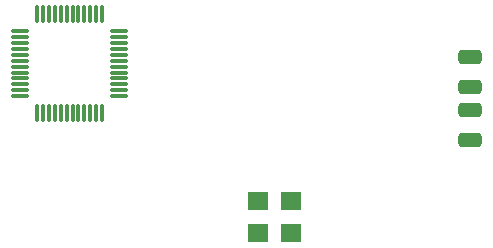
<source format=gbr>
%TF.GenerationSoftware,KiCad,Pcbnew,7.0.10*%
%TF.CreationDate,2024-03-02T18:49:49+09:00*%
%TF.ProjectId,STM32F103x8,53544d33-3246-4313-9033-78382e6b6963,rev?*%
%TF.SameCoordinates,Original*%
%TF.FileFunction,Paste,Top*%
%TF.FilePolarity,Positive*%
%FSLAX46Y46*%
G04 Gerber Fmt 4.6, Leading zero omitted, Abs format (unit mm)*
G04 Created by KiCad (PCBNEW 7.0.10) date 2024-03-02 18:49:49*
%MOMM*%
%LPD*%
G01*
G04 APERTURE LIST*
G04 Aperture macros list*
%AMRoundRect*
0 Rectangle with rounded corners*
0 $1 Rounding radius*
0 $2 $3 $4 $5 $6 $7 $8 $9 X,Y pos of 4 corners*
0 Add a 4 corners polygon primitive as box body*
4,1,4,$2,$3,$4,$5,$6,$7,$8,$9,$2,$3,0*
0 Add four circle primitives for the rounded corners*
1,1,$1+$1,$2,$3*
1,1,$1+$1,$4,$5*
1,1,$1+$1,$6,$7*
1,1,$1+$1,$8,$9*
0 Add four rect primitives between the rounded corners*
20,1,$1+$1,$2,$3,$4,$5,0*
20,1,$1+$1,$4,$5,$6,$7,0*
20,1,$1+$1,$6,$7,$8,$9,0*
20,1,$1+$1,$8,$9,$2,$3,0*%
G04 Aperture macros list end*
%ADD10RoundRect,0.300000X-0.700000X-0.300000X0.700000X-0.300000X0.700000X0.300000X-0.700000X0.300000X0*%
%ADD11R,1.800000X1.540000*%
%ADD12RoundRect,0.075000X0.662500X0.075000X-0.662500X0.075000X-0.662500X-0.075000X0.662500X-0.075000X0*%
%ADD13RoundRect,0.075000X0.075000X0.662500X-0.075000X0.662500X-0.075000X-0.662500X0.075000X-0.662500X0*%
G04 APERTURE END LIST*
D10*
%TO.C,J4*%
X179555000Y-73335000D03*
X179555000Y-75835000D03*
X179555000Y-77835000D03*
X179555000Y-80335000D03*
%TD*%
D11*
%TO.C,Y2*%
X161668000Y-85528000D03*
X161668000Y-88208000D03*
X164468000Y-88208000D03*
X164468000Y-85528000D03*
%TD*%
D12*
%TO.C,U1*%
X149860000Y-76620000D03*
X149860000Y-76120000D03*
X149860000Y-75620000D03*
X149860000Y-75120000D03*
X149860000Y-74620000D03*
X149860000Y-74120000D03*
X149860000Y-73620000D03*
X149860000Y-73120000D03*
X149860000Y-72620000D03*
X149860000Y-72120000D03*
X149860000Y-71620000D03*
X149860000Y-71120000D03*
D13*
X148447500Y-69707500D03*
X147947500Y-69707500D03*
X147447500Y-69707500D03*
X146947500Y-69707500D03*
X146447500Y-69707500D03*
X145947500Y-69707500D03*
X145447500Y-69707500D03*
X144947500Y-69707500D03*
X144447500Y-69707500D03*
X143947500Y-69707500D03*
X143447500Y-69707500D03*
X142947500Y-69707500D03*
D12*
X141535000Y-71120000D03*
X141535000Y-71620000D03*
X141535000Y-72120000D03*
X141535000Y-72620000D03*
X141535000Y-73120000D03*
X141535000Y-73620000D03*
X141535000Y-74120000D03*
X141535000Y-74620000D03*
X141535000Y-75120000D03*
X141535000Y-75620000D03*
X141535000Y-76120000D03*
X141535000Y-76620000D03*
D13*
X142947500Y-78032500D03*
X143447500Y-78032500D03*
X143947500Y-78032500D03*
X144447500Y-78032500D03*
X144947500Y-78032500D03*
X145447500Y-78032500D03*
X145947500Y-78032500D03*
X146447500Y-78032500D03*
X146947500Y-78032500D03*
X147447500Y-78032500D03*
X147947500Y-78032500D03*
X148447500Y-78032500D03*
%TD*%
M02*

</source>
